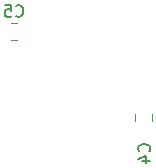
<source format=gbo>
%TF.GenerationSoftware,KiCad,Pcbnew,8.0.8*%
%TF.CreationDate,2025-06-29T12:39:58+09:00*%
%TF.ProjectId,EGSeparate,45475365-7061-4726-9174-652e6b696361,rev?*%
%TF.SameCoordinates,Original*%
%TF.FileFunction,Legend,Bot*%
%TF.FilePolarity,Positive*%
%FSLAX46Y46*%
G04 Gerber Fmt 4.6, Leading zero omitted, Abs format (unit mm)*
G04 Created by KiCad (PCBNEW 8.0.8) date 2025-06-29 12:39:58*
%MOMM*%
%LPD*%
G01*
G04 APERTURE LIST*
%ADD10C,0.150000*%
%ADD11C,0.120000*%
G04 APERTURE END LIST*
D10*
X103766666Y-52527580D02*
X103814285Y-52575200D01*
X103814285Y-52575200D02*
X103957142Y-52622819D01*
X103957142Y-52622819D02*
X104052380Y-52622819D01*
X104052380Y-52622819D02*
X104195237Y-52575200D01*
X104195237Y-52575200D02*
X104290475Y-52479961D01*
X104290475Y-52479961D02*
X104338094Y-52384723D01*
X104338094Y-52384723D02*
X104385713Y-52194247D01*
X104385713Y-52194247D02*
X104385713Y-52051390D01*
X104385713Y-52051390D02*
X104338094Y-51860914D01*
X104338094Y-51860914D02*
X104290475Y-51765676D01*
X104290475Y-51765676D02*
X104195237Y-51670438D01*
X104195237Y-51670438D02*
X104052380Y-51622819D01*
X104052380Y-51622819D02*
X103957142Y-51622819D01*
X103957142Y-51622819D02*
X103814285Y-51670438D01*
X103814285Y-51670438D02*
X103766666Y-51718057D01*
X102861904Y-51622819D02*
X103338094Y-51622819D01*
X103338094Y-51622819D02*
X103385713Y-52099009D01*
X103385713Y-52099009D02*
X103338094Y-52051390D01*
X103338094Y-52051390D02*
X103242856Y-52003771D01*
X103242856Y-52003771D02*
X103004761Y-52003771D01*
X103004761Y-52003771D02*
X102909523Y-52051390D01*
X102909523Y-52051390D02*
X102861904Y-52099009D01*
X102861904Y-52099009D02*
X102814285Y-52194247D01*
X102814285Y-52194247D02*
X102814285Y-52432342D01*
X102814285Y-52432342D02*
X102861904Y-52527580D01*
X102861904Y-52527580D02*
X102909523Y-52575200D01*
X102909523Y-52575200D02*
X103004761Y-52622819D01*
X103004761Y-52622819D02*
X103242856Y-52622819D01*
X103242856Y-52622819D02*
X103338094Y-52575200D01*
X103338094Y-52575200D02*
X103385713Y-52527580D01*
X115040580Y-64009833D02*
X115088200Y-63962214D01*
X115088200Y-63962214D02*
X115135819Y-63819357D01*
X115135819Y-63819357D02*
X115135819Y-63724119D01*
X115135819Y-63724119D02*
X115088200Y-63581262D01*
X115088200Y-63581262D02*
X114992961Y-63486024D01*
X114992961Y-63486024D02*
X114897723Y-63438405D01*
X114897723Y-63438405D02*
X114707247Y-63390786D01*
X114707247Y-63390786D02*
X114564390Y-63390786D01*
X114564390Y-63390786D02*
X114373914Y-63438405D01*
X114373914Y-63438405D02*
X114278676Y-63486024D01*
X114278676Y-63486024D02*
X114183438Y-63581262D01*
X114183438Y-63581262D02*
X114135819Y-63724119D01*
X114135819Y-63724119D02*
X114135819Y-63819357D01*
X114135819Y-63819357D02*
X114183438Y-63962214D01*
X114183438Y-63962214D02*
X114231057Y-64009833D01*
X114469152Y-64866976D02*
X115135819Y-64866976D01*
X114088200Y-64628881D02*
X114802485Y-64390786D01*
X114802485Y-64390786D02*
X114802485Y-65009833D01*
D11*
%TO.C,C5*%
X103338748Y-53113000D02*
X103861252Y-53113000D01*
X103338748Y-54583000D02*
X103861252Y-54583000D01*
%TO.C,C4*%
X113819000Y-60888748D02*
X113819000Y-61411252D01*
X115289000Y-60888748D02*
X115289000Y-61411252D01*
%TD*%
M02*

</source>
